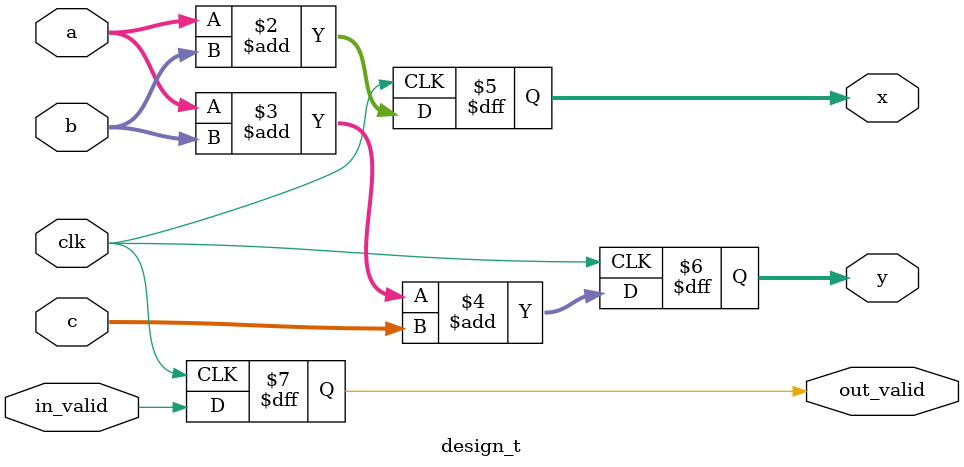
<source format=sv>


module design_t (
	input clk,    // Clock
	input  [7-1:0]a,
	input  [7-1:0]b,
	input  [7-1:0]c,
	input 		  in_valid,

	output reg [9-1:0] x,
	output reg [9-1:0] y,
	output reg 		   out_valid
	
);
always @(posedge clk) begin
	

	x <= a+b;
	y <= a+b+c;
	out_valid <= in_valid;



end

endmodule
</source>
